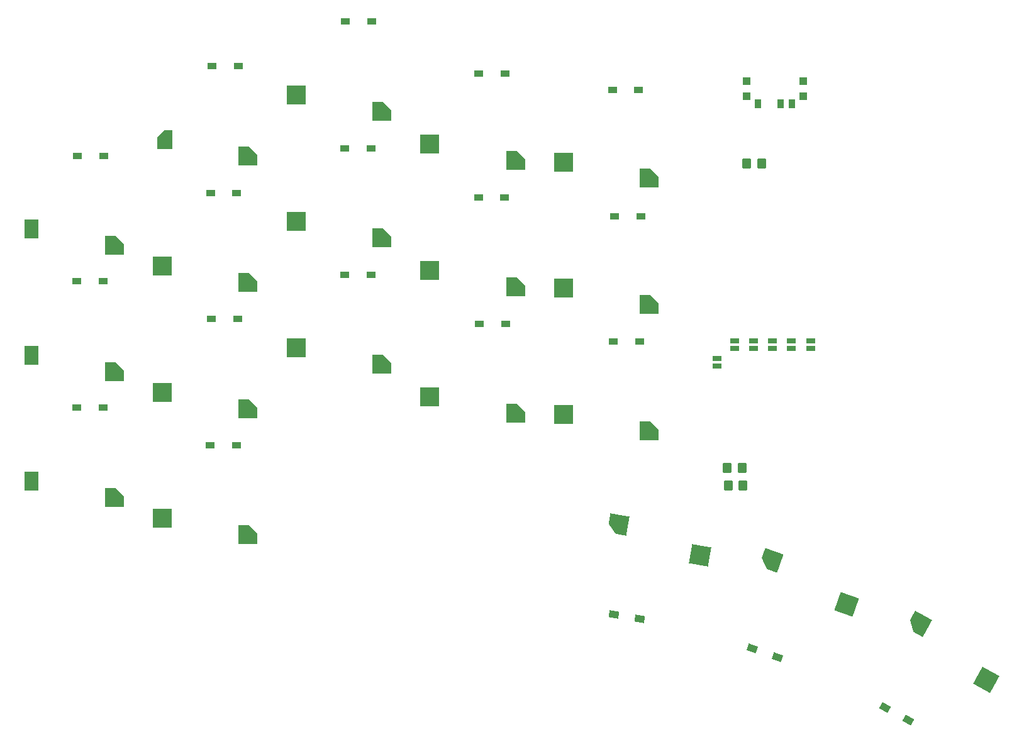
<source format=gbp>
G04 #@! TF.GenerationSoftware,KiCad,Pcbnew,8.0.4*
G04 #@! TF.CreationDate,2024-08-04T04:37:20+02:00*
G04 #@! TF.ProjectId,chocofi,63686f63-6f66-4692-9e6b-696361645f70,0.2*
G04 #@! TF.SameCoordinates,Original*
G04 #@! TF.FileFunction,Paste,Bot*
G04 #@! TF.FilePolarity,Positive*
%FSLAX46Y46*%
G04 Gerber Fmt 4.6, Leading zero omitted, Abs format (unit mm)*
G04 Created by KiCad (PCBNEW 8.0.4) date 2024-08-04 04:37:20*
%MOMM*%
%LPD*%
G01*
G04 APERTURE LIST*
G04 Aperture macros list*
%AMRoundRect*
0 Rectangle with rounded corners*
0 $1 Rounding radius*
0 $2 $3 $4 $5 $6 $7 $8 $9 X,Y pos of 4 corners*
0 Add a 4 corners polygon primitive as box body*
4,1,4,$2,$3,$4,$5,$6,$7,$8,$9,$2,$3,0*
0 Add four circle primitives for the rounded corners*
1,1,$1+$1,$2,$3*
1,1,$1+$1,$4,$5*
1,1,$1+$1,$6,$7*
1,1,$1+$1,$8,$9*
0 Add four rect primitives between the rounded corners*
20,1,$1+$1,$2,$3,$4,$5,0*
20,1,$1+$1,$4,$5,$6,$7,0*
20,1,$1+$1,$6,$7,$8,$9,0*
20,1,$1+$1,$8,$9,$2,$3,0*%
%AMRotRect*
0 Rectangle, with rotation*
0 The origin of the aperture is its center*
0 $1 length*
0 $2 width*
0 $3 Rotation angle, in degrees counterclockwise*
0 Add horizontal line*
21,1,$1,$2,0,0,$3*%
%AMOutline5P*
0 Free polygon, 5 corners , with rotation*
0 The origin of the aperture is its center*
0 number of corners: always 5*
0 $1 to $10 corner X, Y*
0 $11 Rotation angle, in degrees counterclockwise*
0 create outline with 5 corners*
4,1,5,$1,$2,$3,$4,$5,$6,$7,$8,$9,$10,$1,$2,$11*%
%AMOutline6P*
0 Free polygon, 6 corners , with rotation*
0 The origin of the aperture is its center*
0 number of corners: always 6*
0 $1 to $12 corner X, Y*
0 $13 Rotation angle, in degrees counterclockwise*
0 create outline with 6 corners*
4,1,6,$1,$2,$3,$4,$5,$6,$7,$8,$9,$10,$11,$12,$1,$2,$13*%
%AMOutline7P*
0 Free polygon, 7 corners , with rotation*
0 The origin of the aperture is its center*
0 number of corners: always 7*
0 $1 to $14 corner X, Y*
0 $15 Rotation angle, in degrees counterclockwise*
0 create outline with 7 corners*
4,1,7,$1,$2,$3,$4,$5,$6,$7,$8,$9,$10,$11,$12,$13,$14,$1,$2,$15*%
%AMOutline8P*
0 Free polygon, 8 corners , with rotation*
0 The origin of the aperture is its center*
0 number of corners: always 8*
0 $1 to $16 corner X, Y*
0 $17 Rotation angle, in degrees counterclockwise*
0 create outline with 8 corners*
4,1,8,$1,$2,$3,$4,$5,$6,$7,$8,$9,$10,$11,$12,$13,$14,$15,$16,$1,$2,$17*%
G04 Aperture macros list end*
%ADD10R,1.300000X0.950000*%
%ADD11RotRect,1.300000X0.950000X350.200000*%
%ADD12RotRect,1.300000X0.950000X340.600000*%
%ADD13RotRect,1.300000X0.950000X331.000000*%
%ADD14Outline5P,-1.300000X1.300000X0.130000X1.300000X1.300000X0.130000X1.300000X-1.300000X-1.300000X-1.300000X0.000000*%
%ADD15R,1.850000X2.600000*%
%ADD16Outline5P,-1.025000X0.275000X0.000000X1.300000X1.025000X1.300000X1.025000X-1.300000X-1.025000X-1.300000X0.000000*%
%ADD17R,2.600000X2.600000*%
%ADD18R,1.875000X2.600000*%
%ADD19Outline5P,-1.300000X1.300000X0.130000X1.300000X1.300000X0.130000X1.300000X-1.300000X-1.300000X-1.300000X170.200000*%
%ADD20RotRect,2.600000X2.600000X170.200000*%
%ADD21Outline5P,-1.300000X1.300000X0.130000X1.300000X1.300000X0.130000X1.300000X-1.300000X-1.300000X-1.300000X160.600000*%
%ADD22RotRect,2.600000X2.600000X160.600000*%
%ADD23Outline5P,-1.300000X1.300000X0.130000X1.300000X1.300000X0.130000X1.300000X-1.300000X-1.300000X-1.300000X151.000000*%
%ADD24RotRect,2.600000X2.600000X151.000000*%
%ADD25R,0.900000X1.300000*%
%ADD26R,1.000000X1.000000*%
%ADD27R,1.143000X0.635000*%
%ADD28RoundRect,0.250000X0.350000X0.450000X-0.350000X0.450000X-0.350000X-0.450000X0.350000X-0.450000X0*%
G04 APERTURE END LIST*
D10*
X84229400Y-64312800D03*
X87779400Y-64312800D03*
X102314200Y-52273200D03*
X105864200Y-52273200D03*
X120297400Y-46228000D03*
X123847400Y-46228000D03*
X138229800Y-53289200D03*
X141779800Y-53289200D03*
X156213000Y-55422800D03*
X159763000Y-55422800D03*
X84127800Y-81229200D03*
X87677800Y-81229200D03*
X102111000Y-69342000D03*
X105661000Y-69342000D03*
X120195800Y-63347600D03*
X123745800Y-63347600D03*
X138179000Y-69900800D03*
X141729000Y-69900800D03*
X156517800Y-72491600D03*
X160067800Y-72491600D03*
X84127800Y-98247200D03*
X87677800Y-98247200D03*
X102212600Y-86309200D03*
X105762600Y-86309200D03*
X120195800Y-80314800D03*
X123745800Y-80314800D03*
X138280600Y-86969600D03*
X141830600Y-86969600D03*
X156314600Y-89357200D03*
X159864600Y-89357200D03*
D11*
X156385203Y-126087107D03*
X159883401Y-126691351D03*
D12*
X175047779Y-130641644D03*
X178396219Y-131820816D03*
D13*
X192919440Y-138597155D03*
X196024340Y-140318229D03*
D14*
X89185000Y-76350000D03*
D15*
X78010000Y-74150000D03*
D14*
X107185000Y-64350000D03*
D16*
X95960000Y-62150000D03*
D14*
X125185000Y-58350000D03*
D17*
X113635000Y-56150000D03*
D14*
X143185000Y-64970000D03*
D17*
X131635000Y-62770000D03*
D14*
X161185000Y-67350000D03*
D17*
X149635000Y-65150000D03*
D14*
X89185000Y-93350000D03*
D18*
X78010000Y-91150000D03*
D14*
X107185000Y-81350000D03*
D17*
X95635000Y-79150000D03*
D14*
X125185000Y-75350000D03*
D17*
X113635000Y-73150000D03*
D14*
X143185000Y-81970000D03*
D17*
X131635000Y-79770000D03*
D14*
X161185000Y-84350000D03*
D17*
X149635000Y-82150000D03*
D14*
X89185000Y-110350000D03*
D18*
X78010000Y-108150000D03*
D14*
X107185000Y-98350000D03*
D17*
X95635000Y-96150000D03*
D14*
X125185000Y-92350000D03*
D17*
X113635000Y-90150000D03*
D14*
X143185000Y-98975000D03*
D17*
X131635000Y-96775000D03*
D14*
X161185000Y-101350000D03*
D17*
X149635000Y-99150000D03*
D19*
X157005261Y-113980790D03*
D20*
X168012261Y-118114607D03*
D21*
X177601621Y-118786548D03*
D22*
X187765088Y-124698099D03*
D23*
X197504625Y-127314396D03*
D24*
X206539901Y-134838111D03*
D10*
X102095000Y-103290000D03*
X105645000Y-103290000D03*
D14*
X107185000Y-115350000D03*
D17*
X95635000Y-113150000D03*
D25*
X180350000Y-57287500D03*
X178850000Y-57287500D03*
X175850000Y-57287500D03*
D26*
X181950000Y-56337500D03*
X181950000Y-54237500D03*
X174250000Y-56337500D03*
X174250000Y-54237500D03*
D27*
X177748500Y-89239000D03*
X177748500Y-90239760D03*
X175200000Y-89246620D03*
X175200000Y-90247380D03*
X182910000Y-89238620D03*
X182910000Y-90239380D03*
X180330000Y-89238620D03*
X180330000Y-90239380D03*
D25*
X175850000Y-57287500D03*
X178850000Y-57287500D03*
X180350000Y-57287500D03*
D26*
X174250000Y-54237500D03*
X174250000Y-56337500D03*
X181950000Y-54237500D03*
X181950000Y-56337500D03*
D28*
X173800000Y-108689000D03*
X171800000Y-108689000D03*
D27*
X170350000Y-92589380D03*
X170350000Y-91588620D03*
D28*
X173700000Y-106339000D03*
X171700000Y-106339000D03*
D27*
X172660000Y-89237020D03*
X172660000Y-90237780D03*
D28*
X176300000Y-65400000D03*
X174300000Y-65400000D03*
M02*

</source>
